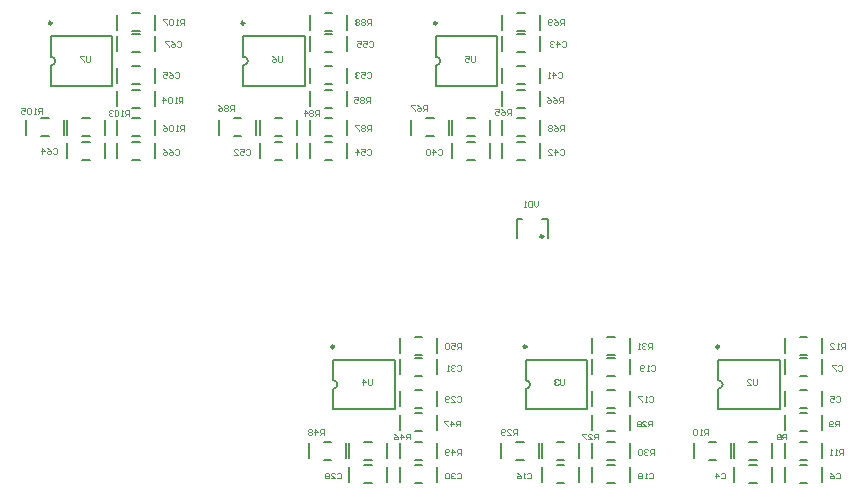
<source format=gbo>
G04*
G04 #@! TF.GenerationSoftware,Altium Limited,Altium Designer,22.1.2 (22)*
G04*
G04 Layer_Color=39423*
%FSAX42Y42*%
%MOMM*%
G71*
G04*
G04 #@! TF.SameCoordinates,C0377FBF-3644-49C1-8AB8-029394853ECE*
G04*
G04*
G04 #@! TF.FilePolarity,Positive*
G04*
G01*
G75*
%ADD12C,0.15*%
%ADD13C,0.20*%
%ADD14C,0.10*%
%ADD81C,0.25*%
D12*
X004224Y002226D02*
X004287D01*
X004224Y002074D02*
X004287D01*
X004414Y002086D02*
Y002214D01*
X004097Y002086D02*
Y002214D01*
X004414Y002267D02*
Y002393D01*
X004097Y002267D02*
Y002393D01*
X004224Y002406D02*
X004287D01*
X004224Y002254D02*
X004287D01*
X004097Y001617D02*
Y001743D01*
X004414Y001617D02*
Y001743D01*
X004224Y001604D02*
X004287D01*
X004224Y001756D02*
X004287D01*
X004097Y001377D02*
Y001503D01*
X004414Y001377D02*
Y001503D01*
X004224Y001364D02*
X004287D01*
X004224Y001516D02*
X004287D01*
X003453D02*
X003517D01*
X003453Y001364D02*
X003517D01*
X003644Y001377D02*
Y001503D01*
X003326Y001377D02*
Y001503D01*
X003671Y001377D02*
Y001503D01*
X003989Y001377D02*
Y001503D01*
X003798Y001364D02*
X003862D01*
X003798Y001516D02*
X003862D01*
X004224Y001804D02*
X004287D01*
X004224Y001956D02*
X004287D01*
X004097Y001817D02*
Y001943D01*
X004414Y001817D02*
Y001943D01*
X004097Y001177D02*
Y001303D01*
X004414Y001177D02*
Y001303D01*
X004224Y001164D02*
X004287D01*
X004224Y001316D02*
X004287D01*
X003671Y001177D02*
Y001303D01*
X003989Y001177D02*
Y001303D01*
X003798Y001164D02*
X003862D01*
X003798Y001316D02*
X003862D01*
X001834Y004994D02*
X001897D01*
X001834Y005146D02*
X001897D01*
X001707Y005006D02*
Y005133D01*
X002024Y005006D02*
Y005133D01*
X001707Y004117D02*
Y004244D01*
X002024Y004117D02*
Y004244D01*
X001833Y004104D02*
X001897D01*
X001833Y004256D02*
X001897D01*
X000936Y004117D02*
Y004244D01*
X001254Y004117D02*
Y004244D01*
X001064Y004104D02*
X001127D01*
X001064Y004256D02*
X001127D01*
X001833Y004496D02*
X001897D01*
X001833Y004344D02*
X001897D01*
X002024Y004356D02*
Y004483D01*
X001707Y004356D02*
Y004483D01*
X001281Y004117D02*
Y004244D01*
X001599Y004117D02*
Y004244D01*
X001408Y004104D02*
X001472D01*
X001408Y004256D02*
X001472D01*
X001833Y004966D02*
X001897D01*
X001833Y004814D02*
X001897D01*
X002024Y004826D02*
Y004953D01*
X001707Y004826D02*
Y004953D01*
Y003917D02*
Y004044D01*
X002024Y003917D02*
Y004044D01*
X001833Y003904D02*
X001897D01*
X001833Y004056D02*
X001897D01*
X002024Y004556D02*
Y004683D01*
X001707Y004556D02*
Y004683D01*
X001834Y004696D02*
X001897D01*
X001834Y004544D02*
X001897D01*
X001281Y003917D02*
Y004044D01*
X001599Y003917D02*
Y004044D01*
X001408Y003904D02*
X001472D01*
X001408Y004056D02*
X001472D01*
X003654Y005006D02*
Y005133D01*
X003337Y005006D02*
Y005133D01*
X003464Y005146D02*
X003527D01*
X003464Y004994D02*
X003527D01*
X003463Y004256D02*
X003527D01*
X003463Y004104D02*
X003527D01*
X003654Y004117D02*
Y004244D01*
X003337Y004117D02*
Y004244D01*
X002693Y004256D02*
X002757D01*
X002693Y004104D02*
X002757D01*
X002884Y004117D02*
Y004244D01*
X002567Y004117D02*
Y004244D01*
X003337Y004356D02*
Y004483D01*
X003654Y004356D02*
Y004483D01*
X003463Y004344D02*
X003527D01*
X003463Y004496D02*
X003527D01*
X003038Y004256D02*
X003102D01*
X003038Y004104D02*
X003102D01*
X003229Y004117D02*
Y004244D01*
X002911Y004117D02*
Y004244D01*
X003337Y004826D02*
Y004953D01*
X003654Y004826D02*
Y004953D01*
X003463Y004814D02*
X003527D01*
X003463Y004966D02*
X003527D01*
X003463Y004056D02*
X003527D01*
X003463Y003904D02*
X003527D01*
X003654Y003917D02*
Y004044D01*
X003337Y003917D02*
Y004044D01*
X003464Y004544D02*
X003527D01*
X003464Y004696D02*
X003527D01*
X003337Y004556D02*
Y004683D01*
X003654Y004556D02*
Y004683D01*
X003038Y004056D02*
X003102D01*
X003038Y003904D02*
X003102D01*
X003229Y003917D02*
Y004044D01*
X002911Y003917D02*
Y004044D01*
X005284Y005006D02*
Y005133D01*
X004967Y005006D02*
Y005133D01*
X005094Y005146D02*
X005157D01*
X005094Y004994D02*
X005157D01*
X005094Y004256D02*
X005157D01*
X005094Y004104D02*
X005157D01*
X005284Y004117D02*
Y004244D01*
X004967Y004117D02*
Y004244D01*
X004324Y004256D02*
X004387D01*
X004324Y004104D02*
X004387D01*
X004514Y004117D02*
Y004244D01*
X004197Y004117D02*
Y004244D01*
X004967Y004356D02*
Y004483D01*
X005284Y004356D02*
Y004483D01*
X005094Y004344D02*
X005157D01*
X005094Y004496D02*
X005157D01*
X004668Y004256D02*
X004732D01*
X004668Y004104D02*
X004732D01*
X004859Y004117D02*
Y004244D01*
X004541Y004117D02*
Y004244D01*
X004967Y004826D02*
Y004953D01*
X005284Y004826D02*
Y004953D01*
X005094Y004814D02*
X005157D01*
X005094Y004966D02*
X005157D01*
X005094Y004056D02*
X005157D01*
X005094Y003904D02*
X005157D01*
X005284Y003917D02*
Y004044D01*
X004967Y003917D02*
Y004044D01*
X005094Y004544D02*
X005157D01*
X005094Y004696D02*
X005157D01*
X004967Y004556D02*
Y004683D01*
X005284Y004556D02*
Y004683D01*
X004668Y004056D02*
X004732D01*
X004668Y003904D02*
X004732D01*
X004859Y003917D02*
Y004044D01*
X004541Y003917D02*
Y004044D01*
X006044Y002267D02*
Y002393D01*
X005727Y002267D02*
Y002393D01*
X005854Y002406D02*
X005917D01*
X005854Y002254D02*
X005917D01*
X005853Y001516D02*
X005917D01*
X005853Y001364D02*
X005917D01*
X006044Y001377D02*
Y001503D01*
X005726Y001377D02*
Y001503D01*
X005083Y001516D02*
X005147D01*
X005083Y001364D02*
X005147D01*
X005274Y001377D02*
Y001503D01*
X004956Y001377D02*
Y001503D01*
X005726Y001617D02*
Y001743D01*
X006044Y001617D02*
Y001743D01*
X005853Y001604D02*
X005917D01*
X005853Y001756D02*
X005917D01*
X005428Y001516D02*
X005492D01*
X005428Y001364D02*
X005492D01*
X005619Y001377D02*
Y001503D01*
X005301Y001377D02*
Y001503D01*
X005726Y002086D02*
Y002214D01*
X006044Y002086D02*
Y002214D01*
X005853Y002074D02*
X005917D01*
X005853Y002226D02*
X005917D01*
X005853Y001316D02*
X005917D01*
X005853Y001164D02*
X005917D01*
X006044Y001177D02*
Y001303D01*
X005726Y001177D02*
Y001303D01*
X005854Y001804D02*
X005917D01*
X005854Y001956D02*
X005917D01*
X005727Y001817D02*
Y001943D01*
X006044Y001817D02*
Y001943D01*
X005428Y001316D02*
X005492D01*
X005428Y001164D02*
X005492D01*
X005619Y001177D02*
Y001303D01*
X005301Y001177D02*
Y001303D01*
X007674Y002267D02*
Y002393D01*
X007357Y002267D02*
Y002393D01*
X007483Y002406D02*
X007547D01*
X007483Y002254D02*
X007547D01*
X007483Y001516D02*
X007547D01*
X007483Y001364D02*
X007547D01*
X007674Y001377D02*
Y001503D01*
X007357Y001377D02*
Y001503D01*
X006714Y001516D02*
X006777D01*
X006714Y001364D02*
X006777D01*
X006904Y001377D02*
Y001503D01*
X006586Y001377D02*
Y001503D01*
X007357Y001617D02*
Y001743D01*
X007674Y001617D02*
Y001743D01*
X007483Y001604D02*
X007547D01*
X007483Y001756D02*
X007547D01*
X007058Y001516D02*
X007122D01*
X007058Y001364D02*
X007122D01*
X007249Y001377D02*
Y001503D01*
X006931Y001377D02*
Y001503D01*
X007357Y002086D02*
Y002214D01*
X007674Y002086D02*
Y002214D01*
X007483Y002074D02*
X007547D01*
X007483Y002226D02*
X007547D01*
X007483Y001316D02*
X007547D01*
X007483Y001164D02*
X007547D01*
X007674Y001177D02*
Y001303D01*
X007357Y001177D02*
Y001303D01*
X007483Y001804D02*
X007547D01*
X007483Y001956D02*
X007547D01*
X007357Y001817D02*
Y001943D01*
X007674Y001817D02*
Y001943D01*
X007058Y001316D02*
X007122D01*
X007058Y001164D02*
X007122D01*
X007249Y001177D02*
Y001303D01*
X006931Y001177D02*
Y001303D01*
D13*
X003534Y001963D02*
G03*
X003534Y002037I000000J000037D01*
G01*
X001144Y004703D02*
G03*
X001144Y004777I000000J000037D01*
G01*
X002774Y004703D02*
G03*
X002774Y004777I000000J000037D01*
G01*
X004404Y004703D02*
G03*
X004404Y004777I000000J000037D01*
G01*
X005164Y001963D02*
G03*
X005164Y002037I000000J000037D01*
G01*
X006794Y001963D02*
G03*
X006794Y002037I000000J000037D01*
G01*
X005090Y003400D02*
X005135D01*
X005305D02*
X005350D01*
Y003238D02*
Y003400D01*
X005090Y003238D02*
Y003400D01*
X003534Y002037D02*
Y002210D01*
Y001790D02*
Y001963D01*
Y001790D02*
X004054D01*
Y001794D02*
Y002210D01*
X003534D02*
X004054D01*
X001144Y004777D02*
Y004950D01*
Y004530D02*
Y004703D01*
Y004530D02*
X001664D01*
Y004534D02*
Y004950D01*
X001144D02*
X001664D01*
X002774D02*
X003294D01*
Y004534D02*
Y004950D01*
X002774Y004530D02*
X003294D01*
X002774D02*
Y004703D01*
Y004777D02*
Y004950D01*
X004404D02*
X004924D01*
Y004534D02*
Y004950D01*
X004404Y004530D02*
X004924D01*
X004404D02*
Y004703D01*
Y004777D02*
Y004950D01*
X005164Y002210D02*
X005684D01*
Y001794D02*
Y002210D01*
X005164Y001790D02*
X005684D01*
X005164D02*
Y001963D01*
Y002037D02*
Y002210D01*
X006794D02*
X007314D01*
Y001794D02*
Y002210D01*
X006794Y001790D02*
X007314D01*
X006794D02*
Y001963D01*
Y002037D02*
Y002210D01*
D14*
X005268Y003555D02*
Y003522D01*
X005252Y003505D01*
X005235Y003522D01*
Y003555D01*
X005218D02*
Y003505D01*
X005193D01*
X005185Y003513D01*
Y003547D01*
X005193Y003555D01*
X005218D01*
X005168Y003505D02*
X005152D01*
X005160D01*
Y003555D01*
X005168Y003547D01*
X001472Y004785D02*
Y004743D01*
X001463Y004735D01*
X001447D01*
X001438Y004743D01*
Y004785D01*
X001422D02*
X001388D01*
Y004777D01*
X001422Y004743D01*
Y004735D01*
X003102Y004785D02*
Y004743D01*
X003093Y004735D01*
X003077D01*
X003068Y004743D01*
Y004785D01*
X003018D02*
X003035Y004777D01*
X003052Y004760D01*
Y004743D01*
X003043Y004735D01*
X003027D01*
X003018Y004743D01*
Y004752D01*
X003027Y004760D01*
X003052D01*
X004732Y004785D02*
Y004743D01*
X004723Y004735D01*
X004707D01*
X004698Y004743D01*
Y004785D01*
X004648D02*
X004682D01*
Y004760D01*
X004665Y004768D01*
X004657D01*
X004648Y004760D01*
Y004743D01*
X004657Y004735D01*
X004673D01*
X004682Y004743D01*
X005492Y002045D02*
Y002003D01*
X005483Y001995D01*
X005467D01*
X005458Y002003D01*
Y002045D01*
X005442Y002037D02*
X005433Y002045D01*
X005417D01*
X005408Y002037D01*
Y002028D01*
X005417Y002020D01*
X005425D01*
X005417D01*
X005408Y002012D01*
Y002003D01*
X005417Y001995D01*
X005433D01*
X005442Y002003D01*
X007122Y002045D02*
Y002003D01*
X007113Y001995D01*
X007097D01*
X007088Y002003D01*
Y002045D01*
X007038Y001995D02*
X007072D01*
X007038Y002028D01*
Y002037D01*
X007047Y002045D01*
X007063D01*
X007072Y002037D01*
X002268Y005045D02*
Y005095D01*
X002243D01*
X002235Y005087D01*
Y005070D01*
X002243Y005062D01*
X002268D01*
X002252D02*
X002235Y005045D01*
X002218D02*
X002202D01*
X002210D01*
Y005095D01*
X002218Y005087D01*
X002177D02*
X002168Y005095D01*
X002152D01*
X002143Y005087D01*
Y005053D01*
X002152Y005045D01*
X002168D01*
X002177Y005053D01*
Y005087D01*
X002127Y005095D02*
X002093D01*
Y005087D01*
X002127Y005053D01*
Y005045D01*
X002268Y004145D02*
Y004195D01*
X002243D01*
X002235Y004187D01*
Y004170D01*
X002243Y004162D01*
X002268D01*
X002252D02*
X002235Y004145D01*
X002218D02*
X002202D01*
X002210D01*
Y004195D01*
X002218Y004187D01*
X002177D02*
X002168Y004195D01*
X002152D01*
X002143Y004187D01*
Y004153D01*
X002152Y004145D01*
X002168D01*
X002177Y004153D01*
Y004187D01*
X002093Y004195D02*
X002110Y004187D01*
X002127Y004170D01*
Y004153D01*
X002118Y004145D01*
X002102D01*
X002093Y004153D01*
Y004162D01*
X002102Y004170D01*
X002127D01*
X001067Y004295D02*
Y004345D01*
X001042D01*
X001034Y004337D01*
Y004320D01*
X001042Y004312D01*
X001067D01*
X001051D02*
X001034Y004295D01*
X001017D02*
X001001D01*
X001009D01*
Y004345D01*
X001017Y004337D01*
X000976D02*
X000968Y004345D01*
X000951D01*
X000943Y004337D01*
Y004303D01*
X000951Y004295D01*
X000968D01*
X000976Y004303D01*
Y004337D01*
X000893Y004345D02*
X000926D01*
Y004320D01*
X000909Y004328D01*
X000901D01*
X000893Y004320D01*
Y004303D01*
X000901Y004295D01*
X000918D01*
X000926Y004303D01*
X002258Y004385D02*
Y004435D01*
X002233D01*
X002225Y004427D01*
Y004410D01*
X002233Y004402D01*
X002258D01*
X002242D02*
X002225Y004385D01*
X002208D02*
X002192D01*
X002200D01*
Y004435D01*
X002208Y004427D01*
X002167D02*
X002158Y004435D01*
X002142D01*
X002133Y004427D01*
Y004393D01*
X002142Y004385D01*
X002158D01*
X002167Y004393D01*
Y004427D01*
X002092Y004385D02*
Y004435D01*
X002117Y004410D01*
X002083D01*
X001807Y004275D02*
Y004325D01*
X001782D01*
X001774Y004317D01*
Y004300D01*
X001782Y004292D01*
X001807D01*
X001791D02*
X001774Y004275D01*
X001757D02*
X001741D01*
X001749D01*
Y004325D01*
X001757Y004317D01*
X001716D02*
X001708Y004325D01*
X001691D01*
X001683Y004317D01*
Y004283D01*
X001691Y004275D01*
X001708D01*
X001716Y004283D01*
Y004317D01*
X001666D02*
X001658Y004325D01*
X001641D01*
X001633Y004317D01*
Y004308D01*
X001641Y004300D01*
X001649D01*
X001641D01*
X001633Y004292D01*
Y004283D01*
X001641Y004275D01*
X001658D01*
X001666Y004283D01*
X003857Y005045D02*
Y005095D01*
X003832D01*
X003823Y005087D01*
Y005070D01*
X003832Y005062D01*
X003857D01*
X003840D02*
X003823Y005045D01*
X003807Y005087D02*
X003798Y005095D01*
X003782D01*
X003773Y005087D01*
Y005078D01*
X003782Y005070D01*
X003773Y005062D01*
Y005053D01*
X003782Y005045D01*
X003798D01*
X003807Y005053D01*
Y005062D01*
X003798Y005070D01*
X003807Y005078D01*
Y005087D01*
X003798Y005070D02*
X003782D01*
X003757Y005087D02*
X003748Y005095D01*
X003732D01*
X003723Y005087D01*
Y005078D01*
X003732Y005070D01*
X003723Y005062D01*
Y005053D01*
X003732Y005045D01*
X003748D01*
X003757Y005053D01*
Y005062D01*
X003748Y005070D01*
X003757Y005078D01*
Y005087D01*
X003748Y005070D02*
X003732D01*
X003857Y004145D02*
Y004195D01*
X003832D01*
X003823Y004187D01*
Y004170D01*
X003832Y004162D01*
X003857D01*
X003840D02*
X003823Y004145D01*
X003807Y004187D02*
X003798Y004195D01*
X003782D01*
X003773Y004187D01*
Y004178D01*
X003782Y004170D01*
X003773Y004162D01*
Y004153D01*
X003782Y004145D01*
X003798D01*
X003807Y004153D01*
Y004162D01*
X003798Y004170D01*
X003807Y004178D01*
Y004187D01*
X003798Y004170D02*
X003782D01*
X003757Y004195D02*
X003723D01*
Y004187D01*
X003757Y004153D01*
Y004145D01*
X002697Y004315D02*
Y004365D01*
X002672D01*
X002663Y004357D01*
Y004340D01*
X002672Y004332D01*
X002697D01*
X002680D02*
X002663Y004315D01*
X002647Y004357D02*
X002638Y004365D01*
X002622D01*
X002613Y004357D01*
Y004348D01*
X002622Y004340D01*
X002613Y004332D01*
Y004323D01*
X002622Y004315D01*
X002638D01*
X002647Y004323D01*
Y004332D01*
X002638Y004340D01*
X002647Y004348D01*
Y004357D01*
X002638Y004340D02*
X002622D01*
X002563Y004365D02*
X002580Y004357D01*
X002597Y004340D01*
Y004323D01*
X002588Y004315D01*
X002572D01*
X002563Y004323D01*
Y004332D01*
X002572Y004340D01*
X002597D01*
X003847Y004385D02*
Y004435D01*
X003822D01*
X003813Y004427D01*
Y004410D01*
X003822Y004402D01*
X003847D01*
X003830D02*
X003813Y004385D01*
X003797Y004427D02*
X003788Y004435D01*
X003772D01*
X003763Y004427D01*
Y004418D01*
X003772Y004410D01*
X003763Y004402D01*
Y004393D01*
X003772Y004385D01*
X003788D01*
X003797Y004393D01*
Y004402D01*
X003788Y004410D01*
X003797Y004418D01*
Y004427D01*
X003788Y004410D02*
X003772D01*
X003713Y004435D02*
X003747D01*
Y004410D01*
X003730Y004418D01*
X003722D01*
X003713Y004410D01*
Y004393D01*
X003722Y004385D01*
X003738D01*
X003747Y004393D01*
X003417Y004275D02*
Y004325D01*
X003392D01*
X003383Y004317D01*
Y004300D01*
X003392Y004292D01*
X003417D01*
X003400D02*
X003383Y004275D01*
X003367Y004317D02*
X003358Y004325D01*
X003342D01*
X003333Y004317D01*
Y004308D01*
X003342Y004300D01*
X003333Y004292D01*
Y004283D01*
X003342Y004275D01*
X003358D01*
X003367Y004283D01*
Y004292D01*
X003358Y004300D01*
X003367Y004308D01*
Y004317D01*
X003358Y004300D02*
X003342D01*
X003292Y004275D02*
Y004325D01*
X003317Y004300D01*
X003283D01*
X005487Y005045D02*
Y005095D01*
X005462D01*
X005453Y005087D01*
Y005070D01*
X005462Y005062D01*
X005487D01*
X005470D02*
X005453Y005045D01*
X005403Y005095D02*
X005420Y005087D01*
X005437Y005070D01*
Y005053D01*
X005428Y005045D01*
X005412D01*
X005403Y005053D01*
Y005062D01*
X005412Y005070D01*
X005437D01*
X005387Y005053D02*
X005378Y005045D01*
X005362D01*
X005353Y005053D01*
Y005087D01*
X005362Y005095D01*
X005378D01*
X005387Y005087D01*
Y005078D01*
X005378Y005070D01*
X005353D01*
X005487Y004145D02*
Y004195D01*
X005462D01*
X005453Y004187D01*
Y004170D01*
X005462Y004162D01*
X005487D01*
X005470D02*
X005453Y004145D01*
X005403Y004195D02*
X005420Y004187D01*
X005437Y004170D01*
Y004153D01*
X005428Y004145D01*
X005412D01*
X005403Y004153D01*
Y004162D01*
X005412Y004170D01*
X005437D01*
X005387Y004187D02*
X005378Y004195D01*
X005362D01*
X005353Y004187D01*
Y004178D01*
X005362Y004170D01*
X005353Y004162D01*
Y004153D01*
X005362Y004145D01*
X005378D01*
X005387Y004153D01*
Y004162D01*
X005378Y004170D01*
X005387Y004178D01*
Y004187D01*
X005378Y004170D02*
X005362D01*
X004327Y004315D02*
Y004365D01*
X004302D01*
X004293Y004357D01*
Y004340D01*
X004302Y004332D01*
X004327D01*
X004310D02*
X004293Y004315D01*
X004243Y004365D02*
X004260Y004357D01*
X004277Y004340D01*
Y004323D01*
X004268Y004315D01*
X004252D01*
X004243Y004323D01*
Y004332D01*
X004252Y004340D01*
X004277D01*
X004227Y004365D02*
X004193D01*
Y004357D01*
X004227Y004323D01*
Y004315D01*
X005477Y004385D02*
Y004435D01*
X005452D01*
X005443Y004427D01*
Y004410D01*
X005452Y004402D01*
X005477D01*
X005460D02*
X005443Y004385D01*
X005393Y004435D02*
X005410Y004427D01*
X005427Y004410D01*
Y004393D01*
X005418Y004385D01*
X005402D01*
X005393Y004393D01*
Y004402D01*
X005402Y004410D01*
X005427D01*
X005343Y004435D02*
X005360Y004427D01*
X005377Y004410D01*
Y004393D01*
X005368Y004385D01*
X005352D01*
X005343Y004393D01*
Y004402D01*
X005352Y004410D01*
X005377D01*
X005041Y004281D02*
Y004331D01*
X005016D01*
X005007Y004322D01*
Y004306D01*
X005016Y004297D01*
X005041D01*
X005024D02*
X005007Y004281D01*
X004957Y004331D02*
X004974Y004322D01*
X004991Y004306D01*
Y004289D01*
X004982Y004281D01*
X004966D01*
X004957Y004289D01*
Y004297D01*
X004966Y004306D01*
X004991D01*
X004907Y004331D02*
X004941D01*
Y004306D01*
X004924Y004314D01*
X004916D01*
X004907Y004306D01*
Y004289D01*
X004916Y004281D01*
X004932D01*
X004941Y004289D01*
X006230Y002305D02*
Y002355D01*
X006205D01*
X006197Y002347D01*
Y002330D01*
X006205Y002322D01*
X006230D01*
X006213D02*
X006197Y002305D01*
X006180Y002347D02*
X006172Y002355D01*
X006155D01*
X006147Y002347D01*
Y002338D01*
X006155Y002330D01*
X006163D01*
X006155D01*
X006147Y002322D01*
Y002313D01*
X006155Y002305D01*
X006172D01*
X006180Y002313D01*
X006130Y002305D02*
X006113D01*
X006122D01*
Y002355D01*
X006130Y002347D01*
X006247Y001405D02*
Y001455D01*
X006222D01*
X006213Y001447D01*
Y001430D01*
X006222Y001422D01*
X006247D01*
X006230D02*
X006213Y001405D01*
X006197Y001447D02*
X006188Y001455D01*
X006172D01*
X006163Y001447D01*
Y001438D01*
X006172Y001430D01*
X006180D01*
X006172D01*
X006163Y001422D01*
Y001413D01*
X006172Y001405D01*
X006188D01*
X006197Y001413D01*
X006147Y001447D02*
X006138Y001455D01*
X006122D01*
X006113Y001447D01*
Y001413D01*
X006122Y001405D01*
X006138D01*
X006147Y001413D01*
Y001447D01*
X005087Y001575D02*
Y001625D01*
X005062D01*
X005053Y001617D01*
Y001600D01*
X005062Y001592D01*
X005087D01*
X005070D02*
X005053Y001575D01*
X005003D02*
X005037D01*
X005003Y001608D01*
Y001617D01*
X005012Y001625D01*
X005028D01*
X005037Y001617D01*
X004987Y001583D02*
X004978Y001575D01*
X004962D01*
X004953Y001583D01*
Y001617D01*
X004962Y001625D01*
X004978D01*
X004987Y001617D01*
Y001608D01*
X004978Y001600D01*
X004953D01*
X006237Y001645D02*
Y001695D01*
X006212D01*
X006203Y001687D01*
Y001670D01*
X006212Y001662D01*
X006237D01*
X006220D02*
X006203Y001645D01*
X006153D02*
X006187D01*
X006153Y001678D01*
Y001687D01*
X006162Y001695D01*
X006178D01*
X006187Y001687D01*
X006137D02*
X006128Y001695D01*
X006112D01*
X006103Y001687D01*
Y001678D01*
X006112Y001670D01*
X006103Y001662D01*
Y001653D01*
X006112Y001645D01*
X006128D01*
X006137Y001653D01*
Y001662D01*
X006128Y001670D01*
X006137Y001678D01*
Y001687D01*
X006128Y001670D02*
X006112D01*
X005777Y001535D02*
Y001585D01*
X005752D01*
X005743Y001577D01*
Y001560D01*
X005752Y001552D01*
X005777D01*
X005760D02*
X005743Y001535D01*
X005693D02*
X005727D01*
X005693Y001568D01*
Y001577D01*
X005702Y001585D01*
X005718D01*
X005727Y001577D01*
X005677Y001585D02*
X005643D01*
Y001577D01*
X005677Y001543D01*
Y001535D01*
X007868Y002305D02*
Y002355D01*
X007843D01*
X007835Y002347D01*
Y002330D01*
X007843Y002322D01*
X007868D01*
X007852D02*
X007835Y002305D01*
X007818D02*
X007802D01*
X007810D01*
Y002355D01*
X007818Y002347D01*
X007743Y002305D02*
X007777D01*
X007743Y002338D01*
Y002347D01*
X007752Y002355D01*
X007768D01*
X007777Y002347D01*
X007852Y001405D02*
Y001455D01*
X007827D01*
X007818Y001447D01*
Y001430D01*
X007827Y001422D01*
X007852D01*
X007835D02*
X007818Y001405D01*
X007802D02*
X007785D01*
X007793D01*
Y001455D01*
X007802Y001447D01*
X007760Y001405D02*
X007743D01*
X007752D01*
Y001455D01*
X007760Y001447D01*
X006708Y001575D02*
Y001625D01*
X006683D01*
X006675Y001617D01*
Y001600D01*
X006683Y001592D01*
X006708D01*
X006692D02*
X006675Y001575D01*
X006658D02*
X006642D01*
X006650D01*
Y001625D01*
X006658Y001617D01*
X006617D02*
X006608Y001625D01*
X006592D01*
X006583Y001617D01*
Y001583D01*
X006592Y001575D01*
X006608D01*
X006617Y001583D01*
Y001617D01*
X007817Y001645D02*
Y001695D01*
X007792D01*
X007783Y001687D01*
Y001670D01*
X007792Y001662D01*
X007817D01*
X007800D02*
X007783Y001645D01*
X007767Y001653D02*
X007758Y001645D01*
X007742D01*
X007733Y001653D01*
Y001687D01*
X007742Y001695D01*
X007758D01*
X007767Y001687D01*
Y001678D01*
X007758Y001670D01*
X007733D01*
X007372Y001535D02*
Y001585D01*
X007347D01*
X007338Y001577D01*
Y001560D01*
X007347Y001552D01*
X007372D01*
X007355D02*
X007338Y001535D01*
X007322Y001577D02*
X007313Y001585D01*
X007297D01*
X007288Y001577D01*
Y001568D01*
X007297Y001560D01*
X007288Y001552D01*
Y001543D01*
X007297Y001535D01*
X007313D01*
X007322Y001543D01*
Y001552D01*
X007313Y001560D01*
X007322Y001568D01*
Y001577D01*
X007313Y001560D02*
X007297D01*
X002210Y004897D02*
X002218Y004905D01*
X002235D01*
X002243Y004897D01*
Y004863D01*
X002235Y004855D01*
X002218D01*
X002210Y004863D01*
X002160Y004905D02*
X002177Y004897D01*
X002193Y004880D01*
Y004863D01*
X002185Y004855D01*
X002168D01*
X002160Y004863D01*
Y004872D01*
X002168Y004880D01*
X002193D01*
X002143Y004905D02*
X002110D01*
Y004897D01*
X002143Y004863D01*
Y004855D01*
X002193Y003987D02*
X002202Y003995D01*
X002218D01*
X002227Y003987D01*
Y003953D01*
X002218Y003945D01*
X002202D01*
X002193Y003953D01*
X002143Y003995D02*
X002160Y003987D01*
X002177Y003970D01*
Y003953D01*
X002168Y003945D01*
X002152D01*
X002143Y003953D01*
Y003962D01*
X002152Y003970D01*
X002177D01*
X002093Y003995D02*
X002110Y003987D01*
X002127Y003970D01*
Y003953D01*
X002118Y003945D01*
X002102D01*
X002093Y003953D01*
Y003962D01*
X002102Y003970D01*
X002127D01*
X002193Y004637D02*
X002202Y004645D01*
X002218D01*
X002227Y004637D01*
Y004603D01*
X002218Y004595D01*
X002202D01*
X002193Y004603D01*
X002143Y004645D02*
X002160Y004637D01*
X002177Y004620D01*
Y004603D01*
X002168Y004595D01*
X002152D01*
X002143Y004603D01*
Y004612D01*
X002152Y004620D01*
X002177D01*
X002093Y004645D02*
X002127D01*
Y004620D01*
X002110Y004628D01*
X002102D01*
X002093Y004620D01*
Y004603D01*
X002102Y004595D01*
X002118D01*
X002127Y004603D01*
X001163Y003997D02*
X001172Y004005D01*
X001188D01*
X001197Y003997D01*
Y003963D01*
X001188Y003955D01*
X001172D01*
X001163Y003963D01*
X001113Y004005D02*
X001130Y003997D01*
X001147Y003980D01*
Y003963D01*
X001138Y003955D01*
X001122D01*
X001113Y003963D01*
Y003972D01*
X001122Y003980D01*
X001147D01*
X001072Y003955D02*
Y004005D01*
X001097Y003980D01*
X001063D01*
X003840Y004897D02*
X003848Y004905D01*
X003865D01*
X003873Y004897D01*
Y004863D01*
X003865Y004855D01*
X003848D01*
X003840Y004863D01*
X003790Y004905D02*
X003823D01*
Y004880D01*
X003807Y004888D01*
X003798D01*
X003790Y004880D01*
Y004863D01*
X003798Y004855D01*
X003815D01*
X003823Y004863D01*
X003740Y004905D02*
X003773D01*
Y004880D01*
X003757Y004888D01*
X003748D01*
X003740Y004880D01*
Y004863D01*
X003748Y004855D01*
X003765D01*
X003773Y004863D01*
X003823Y003987D02*
X003832Y003995D01*
X003848D01*
X003857Y003987D01*
Y003953D01*
X003848Y003945D01*
X003832D01*
X003823Y003953D01*
X003773Y003995D02*
X003807D01*
Y003970D01*
X003790Y003978D01*
X003782D01*
X003773Y003970D01*
Y003953D01*
X003782Y003945D01*
X003798D01*
X003807Y003953D01*
X003732Y003945D02*
Y003995D01*
X003757Y003970D01*
X003723D01*
X003823Y004637D02*
X003832Y004645D01*
X003848D01*
X003857Y004637D01*
Y004603D01*
X003848Y004595D01*
X003832D01*
X003823Y004603D01*
X003773Y004645D02*
X003807D01*
Y004620D01*
X003790Y004628D01*
X003782D01*
X003773Y004620D01*
Y004603D01*
X003782Y004595D01*
X003798D01*
X003807Y004603D01*
X003757Y004637D02*
X003748Y004645D01*
X003732D01*
X003723Y004637D01*
Y004628D01*
X003732Y004620D01*
X003740D01*
X003732D01*
X003723Y004612D01*
Y004603D01*
X003732Y004595D01*
X003748D01*
X003757Y004603D01*
X002793Y003987D02*
X002802Y003995D01*
X002818D01*
X002827Y003987D01*
Y003953D01*
X002818Y003945D01*
X002802D01*
X002793Y003953D01*
X002743Y003995D02*
X002777D01*
Y003970D01*
X002760Y003978D01*
X002752D01*
X002743Y003970D01*
Y003953D01*
X002752Y003945D01*
X002768D01*
X002777Y003953D01*
X002693Y003945D02*
X002727D01*
X002693Y003978D01*
Y003987D01*
X002702Y003995D01*
X002718D01*
X002727Y003987D01*
X005470Y004897D02*
X005478Y004905D01*
X005495D01*
X005503Y004897D01*
Y004863D01*
X005495Y004855D01*
X005478D01*
X005470Y004863D01*
X005428Y004855D02*
Y004905D01*
X005453Y004880D01*
X005420D01*
X005403Y004897D02*
X005395Y004905D01*
X005378D01*
X005370Y004897D01*
Y004888D01*
X005378Y004880D01*
X005387D01*
X005378D01*
X005370Y004872D01*
Y004863D01*
X005378Y004855D01*
X005395D01*
X005403Y004863D01*
X005453Y003987D02*
X005462Y003995D01*
X005478D01*
X005487Y003987D01*
Y003953D01*
X005478Y003945D01*
X005462D01*
X005453Y003953D01*
X005412Y003945D02*
Y003995D01*
X005437Y003970D01*
X005403D01*
X005353Y003945D02*
X005387D01*
X005353Y003978D01*
Y003987D01*
X005362Y003995D01*
X005378D01*
X005387Y003987D01*
X005437Y004637D02*
X005445Y004645D01*
X005462D01*
X005470Y004637D01*
Y004603D01*
X005462Y004595D01*
X005445D01*
X005437Y004603D01*
X005395Y004595D02*
Y004645D01*
X005420Y004620D01*
X005387D01*
X005370Y004595D02*
X005353D01*
X005362D01*
Y004645D01*
X005370Y004637D01*
X004423Y003987D02*
X004432Y003995D01*
X004448D01*
X004457Y003987D01*
Y003953D01*
X004448Y003945D01*
X004432D01*
X004423Y003953D01*
X004382Y003945D02*
Y003995D01*
X004407Y003970D01*
X004373D01*
X004357Y003987D02*
X004348Y003995D01*
X004332D01*
X004323Y003987D01*
Y003953D01*
X004332Y003945D01*
X004348D01*
X004357Y003953D01*
Y003987D01*
X006222Y002157D02*
X006230Y002165D01*
X006247D01*
X006255Y002157D01*
Y002123D01*
X006247Y002115D01*
X006230D01*
X006222Y002123D01*
X006205Y002115D02*
X006188D01*
X006197D01*
Y002165D01*
X006205Y002157D01*
X006163Y002123D02*
X006155Y002115D01*
X006138D01*
X006130Y002123D01*
Y002157D01*
X006138Y002165D01*
X006155D01*
X006163Y002157D01*
Y002148D01*
X006155Y002140D01*
X006130D01*
X006205Y001247D02*
X006213Y001255D01*
X006230D01*
X006238Y001247D01*
Y001213D01*
X006230Y001205D01*
X006213D01*
X006205Y001213D01*
X006188Y001205D02*
X006172D01*
X006180D01*
Y001255D01*
X006188Y001247D01*
X006147D02*
X006138Y001255D01*
X006122D01*
X006113Y001247D01*
Y001238D01*
X006122Y001230D01*
X006113Y001222D01*
Y001213D01*
X006122Y001205D01*
X006138D01*
X006147Y001213D01*
Y001222D01*
X006138Y001230D01*
X006147Y001238D01*
Y001247D01*
X006138Y001230D02*
X006122D01*
X006205Y001897D02*
X006213Y001905D01*
X006230D01*
X006238Y001897D01*
Y001863D01*
X006230Y001855D01*
X006213D01*
X006205Y001863D01*
X006188Y001855D02*
X006172D01*
X006180D01*
Y001905D01*
X006188Y001897D01*
X006147Y001905D02*
X006113D01*
Y001897D01*
X006147Y001863D01*
Y001855D01*
X005179Y001247D02*
X005187Y001255D01*
X005204D01*
X005212Y001247D01*
Y001213D01*
X005204Y001205D01*
X005187D01*
X005179Y001213D01*
X005162Y001205D02*
X005146D01*
X005154D01*
Y001255D01*
X005162Y001247D01*
X005088Y001255D02*
X005104Y001247D01*
X005121Y001230D01*
Y001213D01*
X005113Y001205D01*
X005096D01*
X005088Y001213D01*
Y001222D01*
X005096Y001230D01*
X005121D01*
X007810Y002157D02*
X007818Y002165D01*
X007835D01*
X007843Y002157D01*
Y002123D01*
X007835Y002115D01*
X007818D01*
X007810Y002123D01*
X007793Y002165D02*
X007760D01*
Y002157D01*
X007793Y002123D01*
Y002115D01*
X007793Y001247D02*
X007802Y001255D01*
X007818D01*
X007827Y001247D01*
Y001213D01*
X007818Y001205D01*
X007802D01*
X007793Y001213D01*
X007743Y001255D02*
X007760Y001247D01*
X007777Y001230D01*
Y001213D01*
X007768Y001205D01*
X007752D01*
X007743Y001213D01*
Y001222D01*
X007752Y001230D01*
X007777D01*
X007793Y001897D02*
X007802Y001905D01*
X007818D01*
X007827Y001897D01*
Y001863D01*
X007818Y001855D01*
X007802D01*
X007793Y001863D01*
X007743Y001905D02*
X007777D01*
Y001880D01*
X007760Y001888D01*
X007752D01*
X007743Y001880D01*
Y001863D01*
X007752Y001855D01*
X007768D01*
X007777Y001863D01*
X006818Y001247D02*
X006827Y001255D01*
X006843D01*
X006852Y001247D01*
Y001213D01*
X006843Y001205D01*
X006827D01*
X006818Y001213D01*
X006777Y001205D02*
Y001255D01*
X006802Y001230D01*
X006768D01*
X004583Y002157D02*
X004592Y002165D01*
X004608D01*
X004617Y002157D01*
Y002123D01*
X004608Y002115D01*
X004592D01*
X004583Y002123D01*
X004567Y002157D02*
X004558Y002165D01*
X004542D01*
X004533Y002157D01*
Y002148D01*
X004542Y002140D01*
X004550D01*
X004542D01*
X004533Y002132D01*
Y002123D01*
X004542Y002115D01*
X004558D01*
X004567Y002123D01*
X004517Y002115D02*
X004500D01*
X004508D01*
Y002165D01*
X004517Y002157D01*
X003862Y002045D02*
Y002003D01*
X003853Y001995D01*
X003837D01*
X003828Y002003D01*
Y002045D01*
X003787Y001995D02*
Y002045D01*
X003812Y002020D01*
X003778D01*
X004617Y002305D02*
Y002355D01*
X004592D01*
X004583Y002347D01*
Y002330D01*
X004592Y002322D01*
X004617D01*
X004600D02*
X004583Y002305D01*
X004533Y002355D02*
X004567D01*
Y002330D01*
X004550Y002338D01*
X004542D01*
X004533Y002330D01*
Y002313D01*
X004542Y002305D01*
X004558D01*
X004567Y002313D01*
X004517Y002347D02*
X004508Y002355D01*
X004492D01*
X004483Y002347D01*
Y002313D01*
X004492Y002305D01*
X004508D01*
X004517Y002313D01*
Y002347D01*
X004607Y001645D02*
Y001695D01*
X004582D01*
X004573Y001687D01*
Y001670D01*
X004582Y001662D01*
X004607D01*
X004590D02*
X004573Y001645D01*
X004532D02*
Y001695D01*
X004557Y001670D01*
X004523D01*
X004507Y001695D02*
X004473D01*
Y001687D01*
X004507Y001653D01*
Y001645D01*
X004617Y001405D02*
Y001455D01*
X004592D01*
X004583Y001447D01*
Y001430D01*
X004592Y001422D01*
X004617D01*
X004600D02*
X004583Y001405D01*
X004542D02*
Y001455D01*
X004567Y001430D01*
X004533D01*
X004517Y001413D02*
X004508Y001405D01*
X004492D01*
X004483Y001413D01*
Y001447D01*
X004492Y001455D01*
X004508D01*
X004517Y001447D01*
Y001438D01*
X004508Y001430D01*
X004483D01*
X003457Y001575D02*
Y001625D01*
X003432D01*
X003423Y001617D01*
Y001600D01*
X003432Y001592D01*
X003457D01*
X003440D02*
X003423Y001575D01*
X003382D02*
Y001625D01*
X003407Y001600D01*
X003373D01*
X003357Y001617D02*
X003348Y001625D01*
X003332D01*
X003323Y001617D01*
Y001608D01*
X003332Y001600D01*
X003323Y001592D01*
Y001583D01*
X003332Y001575D01*
X003348D01*
X003357Y001583D01*
Y001592D01*
X003348Y001600D01*
X003357Y001608D01*
Y001617D01*
X003348Y001600D02*
X003332D01*
X004187Y001535D02*
Y001585D01*
X004162D01*
X004153Y001577D01*
Y001560D01*
X004162Y001552D01*
X004187D01*
X004170D02*
X004153Y001535D01*
X004112D02*
Y001585D01*
X004137Y001560D01*
X004103D01*
X004053Y001585D02*
X004070Y001577D01*
X004087Y001560D01*
Y001543D01*
X004078Y001535D01*
X004062D01*
X004053Y001543D01*
Y001552D01*
X004062Y001560D01*
X004087D01*
X004583Y001897D02*
X004592Y001905D01*
X004608D01*
X004617Y001897D01*
Y001863D01*
X004608Y001855D01*
X004592D01*
X004583Y001863D01*
X004533Y001855D02*
X004567D01*
X004533Y001888D01*
Y001897D01*
X004542Y001905D01*
X004558D01*
X004567Y001897D01*
X004517Y001863D02*
X004508Y001855D01*
X004492D01*
X004483Y001863D01*
Y001897D01*
X004492Y001905D01*
X004508D01*
X004517Y001897D01*
Y001888D01*
X004508Y001880D01*
X004483D01*
X004583Y001247D02*
X004592Y001255D01*
X004608D01*
X004617Y001247D01*
Y001213D01*
X004608Y001205D01*
X004592D01*
X004583Y001213D01*
X004567Y001247D02*
X004558Y001255D01*
X004542D01*
X004533Y001247D01*
Y001238D01*
X004542Y001230D01*
X004550D01*
X004542D01*
X004533Y001222D01*
Y001213D01*
X004542Y001205D01*
X004558D01*
X004567Y001213D01*
X004517Y001247D02*
X004508Y001255D01*
X004492D01*
X004483Y001247D01*
Y001213D01*
X004492Y001205D01*
X004508D01*
X004517Y001213D01*
Y001247D01*
X003563D02*
X003572Y001255D01*
X003588D01*
X003597Y001247D01*
Y001213D01*
X003588Y001205D01*
X003572D01*
X003563Y001213D01*
X003513Y001205D02*
X003547D01*
X003513Y001238D01*
Y001247D01*
X003522Y001255D01*
X003538D01*
X003547Y001247D01*
X003497D02*
X003488Y001255D01*
X003472D01*
X003463Y001247D01*
Y001238D01*
X003472Y001230D01*
X003463Y001222D01*
Y001213D01*
X003472Y001205D01*
X003488D01*
X003497Y001213D01*
Y001222D01*
X003488Y001230D01*
X003497Y001238D01*
Y001247D01*
X003488Y001230D02*
X003472D01*
D81*
X005312Y003255D02*
G03*
X005312Y003255I-000012J000000D01*
G01*
X003541Y002320D02*
G03*
X003541Y002320I-000012J000000D01*
G01*
X001151Y005060D02*
G03*
X001151Y005060I-000012J000000D01*
G01*
X002781D02*
G03*
X002781Y005060I-000012J000000D01*
G01*
X004411D02*
G03*
X004411Y005060I-000012J000000D01*
G01*
X005171Y002320D02*
G03*
X005171Y002320I-000012J000000D01*
G01*
X006801D02*
G03*
X006801Y002320I-000012J000000D01*
G01*
M02*

</source>
